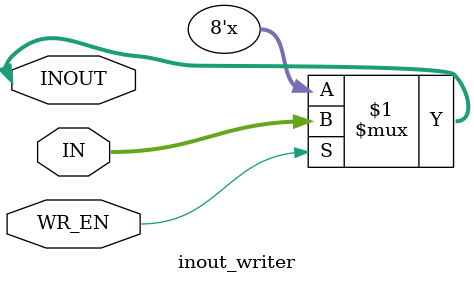
<source format=v>
module inout_writer #(
    parameter data_size = 8
) (
    inout [data_size - 1:0] INOUT,
    input [data_size - 1:0] IN,
    input WR_EN
);

assign INOUT = WR_EN ? IN : {data_size{1'bz}};

endmodule
</source>
